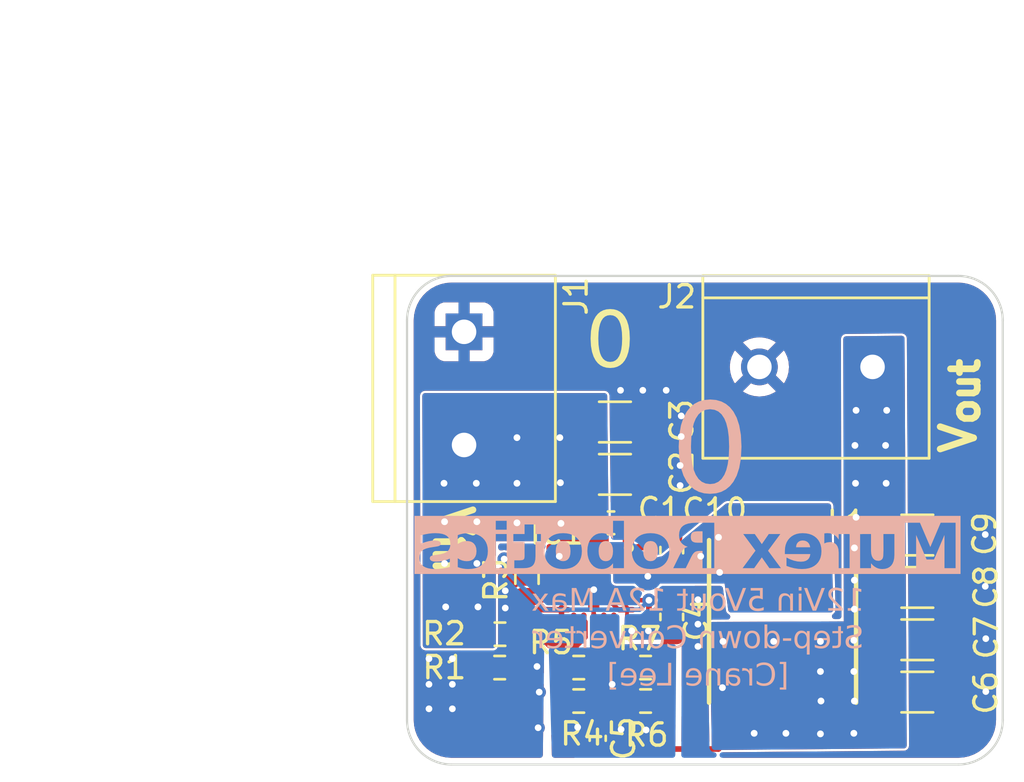
<source format=kicad_pcb>
(kicad_pcb (version 20241229) (generator "pcbnew") (generator_version "9.0")
  (title_block (title "5V Power Board") (date "2024-08-30") (rev "V1") (company "Murex Robotics [Crane Lee]") (comment 3 "Converter") (comment 4 "A compact 21.6mm x 26.7 mm 12-17V input 5V output 12A Max DC-DC Step-down "))
  (layers (0 "F.Cu" signal) (4 "In1.Cu" signal) (6 "In2.Cu" signal) (2 "B.Cu" signal) (13 "F.Paste" user) (15 "B.Paste" user) (5 "F.SilkS" user "F.Silkscreen") (7 "B.SilkS" user "B.Silkscreen") (1 "F.Mask" user) (3 "B.Mask" user) (25 "Edge.Cuts" user))
  (net 0 "")
  (net 1 "/V_{OUT}")
  (net 2 "/MODE")
  (net 3 "/V_{IN}")
  (net 4 "GND")
  (net 5 "Net-(IC1-VCC)")
  (net 6 "Net-(IC1-PGOOD)")
  (net 7 "Net-(IC1-SW_1)")
  (net 8 "/EN")
  (net 9 "Net-(IC1-BST)")
  (net 10 "Net-(IC1-FB)")
  (footprint "Capacitor_SMD:C_1206_3216Metric" (layer "F.Cu") (at 173.525 108.1)
    (property "Reference" "C6" (at 3.075 0.025 90) (layer "F.SilkS"))
    (property "Value" "47uF")
    (fp_line (start -0.711252 -0.91) (end 0.711252 -0.91) (stroke (width 0.12)) (layer "F.SilkS"))
    (fp_line (start -0.711252 0.91) (end 0.711252 0.91) (stroke (width 0.12)) (layer "F.SilkS"))
    (pad "1" smd roundrect (at -1.475 0) (size 1.15 1.8) (layers "F.Cu" "F.Mask" "F.Paste") (roundrect_rratio 0.217391) (net 1 "/V_{OUT}"))
    (pad "2" smd roundrect (at 1.475 0) (size 1.15 1.8) (layers "F.Cu" "F.Mask" "F.Paste") (roundrect_rratio 0.217391) (net 4 "GND"))
  )
  (footprint "TPS56C230RJER KiCad:QFN45P300X300X100-21N-D" (layer "F.Cu") (at 159 103.5 -90)
    (property "Reference" "IC1" (at -2.55 1.65 180) (layer "F.SilkS"))
    (property "Value" "TPS56C230RJER" (hide yes))
    (fp_circle (center -1.8745 -1.575) (end -1.8745 -1.4625) (stroke (width 0.225)) (fill no) (layer "F.SilkS"))
    (pad "1" smd oval (at -1.45 -0.9) (size 0.25 0.85) (layers "F.Cu" "F.Mask" "F.Paste") (net 9 "Net-(IC1-BST)"))
    (pad "2" smd oval (at -1.45 -0.45) (size 0.25 0.85) (layers "F.Cu" "F.Mask" "F.Paste") (net 3 "/V_{IN}"))
    (pad "3" smd oval (at -1.45 0) (size 0.25 0.85) (layers "F.Cu" "F.Mask" "F.Paste") (net 3 "/V_{IN}"))
    (pad "4" smd oval (at -1.45 0.45) (size 0.25 0.85) (layers "F.Cu" "F.Mask" "F.Paste") (net 3 "/V_{IN}"))
    (pad "5" smd oval (at -1.45 0.9) (size 0.25 0.85) (layers "F.Cu" "F.Mask" "F.Paste") (net 3 "/V_{IN}"))
    (pad "6" smd oval (at -0.9 1.45 270) (size 0.25 0.85) (layers "F.Cu" "F.Mask" "F.Paste") (net 7 "Net-(IC1-SW_1)"))
    (pad "7" smd oval (at -0.45 1.45 270) (size 0.25 0.85) (layers "F.Cu" "F.Mask" "F.Paste") (net 4 "GND"))
    (pad "8" smd oval (at 0 1.45 270) (size 0.25 0.85) (layers "F.Cu" "F.Mask" "F.Paste") (net 4 "GND"))
    (pad "9" smd oval (at 0.45 1.45 270) (size 0.25 0.85) (layers "F.Cu" "F.Mask" "F.Paste") (net 6 "Net-(IC1-PGOOD)"))
    (pad "10" smd oval (at 0.9 1.45 270) (size 0.25 0.85) (layers "F.Cu" "F.Mask" "F.Paste") (net 4 "GND"))
    (pad "11" smd oval (at 1.45 0.9) (size 0.25 0.85) (layers "F.Cu" "F.Mask" "F.Paste"))
    (pad "12" smd oval (at 1.45 0.45) (size 0.25 0.85) (layers "F.Cu" "F.Mask" "F.Paste") (net 8 "/EN"))
    (pad "13" smd oval (at 1.45 0) (size 0.25 0.85) (layers "F.Cu" "F.Mask" "F.Paste") (net 4 "GND"))
    (pad "14" smd oval (at 1.45 -0.45) (size 0.25 0.85) (layers "F.Cu" "F.Mask" "F.Paste") (net 10 "Net-(IC1-FB)"))
    (pad "15" smd oval (at 1.45 -0.9) (size 0.25 0.85) (layers "F.Cu" "F.Mask" "F.Paste") (net 2 "/MODE"))
    (pad "16" smd oval (at 0.9 -1.45 270) (size 0.25 0.85) (layers "F.Cu" "F.Mask" "F.Paste") (net 4 "GND"))
    (pad "17" smd oval (at 0.45 -1.45 270) (size 0.25 0.85) (layers "F.Cu" "F.Mask" "F.Paste") (net 5 "Net-(IC1-VCC)"))
    (pad "18" smd oval (at 0 -1.45 270) (size 0.25 0.85) (layers "F.Cu" "F.Mask" "F.Paste") (net 4 "GND"))
    (pad "19" smd oval (at -0.45 -1.45 270) (size 0.25 0.85) (layers "F.Cu" "F.Mask" "F.Paste") (net 7 "Net-(IC1-SW_1)"))
    (pad "20" smd oval (at -0.9 -1.45 270) (size 0.25 0.85) (layers "F.Cu" "F.Mask" "F.Paste") (net 7 "Net-(IC1-SW_1)"))
    (pad "21" smd rect (at 0 0 270) (size 1.026 1.075) (layers "F.Cu" "F.Mask" "F.Paste") (net 4 "GND"))
  )
  (footprint "Resistor_SMD:R_0603_1608Metric" (layer "F.Cu") (at 158.325 107 180)
    (property "Reference" "R5" (at 1.25 1.125 0) (layer "F.SilkS"))
    (property "Value" "15k")
    (fp_line (start -0.237258 0.5225) (end 0.237258 0.5225) (stroke (width 0.12)) (layer "F.SilkS"))
    (fp_line (start -0.237258 -0.5225) (end 0.237258 -0.5225) (stroke (width 0.12)) (layer "F.SilkS"))
    (pad "1" smd roundrect (at -0.825 0 180) (size 0.8 0.95) (layers "F.Cu" "F.Mask" "F.Paste") (net 10 "Net-(IC1-FB)"))
    (pad "2" smd roundrect (at 0.825 0 180) (size 0.8 0.95) (layers "F.Cu" "F.Mask" "F.Paste") (net 4 "GND"))
  )
  (footprint "Resistor_SMD:R_0603_1608Metric" (layer "F.Cu") (at 154.7875 105.5)
    (property "Reference" "R2" (at -2.5125 -0.025 0) (layer "F.SilkS"))
    (property "Value" "102k")
    (fp_line (start -0.237258 -0.5225) (end 0.237258 -0.5225) (stroke (width 0.12)) (layer "F.SilkS"))
    (fp_line (start -0.237258 0.5225) (end 0.237258 0.5225) (stroke (width 0.12)) (layer "F.SilkS"))
    (pad "1" smd roundrect (at -0.825 0) (size 0.8 0.95) (layers "F.Cu" "F.Mask" "F.Paste") (net 3 "/V_{IN}"))
    (pad "2" smd roundrect (at 0.825 0) (size 0.8 0.95) (layers "F.Cu" "F.Mask" "F.Paste") (net 8 "/EN"))
  )
  (footprint "Capacitor_SMD:C_0603_1608Metric" (layer "F.Cu") (at 162.5 104.725 90)
    (property "Reference" "C4" (at -0.125 1.1 90) (layer "F.SilkS"))
    (property "Value" "1uF")
    (fp_line (start -0.14058 -0.51) (end 0.14058 -0.51) (stroke (width 0.12)) (layer "F.SilkS"))
    (fp_line (start -0.14058 0.51) (end 0.14058 0.51) (stroke (width 0.12)) (layer "F.SilkS"))
    (pad "1" smd roundrect (at -0.775 0 90) (size 0.9 0.95) (layers "F.Cu" "F.Mask" "F.Paste") (net 5 "Net-(IC1-VCC)"))
    (pad "2" smd roundrect (at 0.775 0 90) (size 0.9 0.95) (layers "F.Cu" "F.Mask" "F.Paste") (net 4 "GND"))
  )
  (footprint "Resistor_SMD:R_0603_1608Metric" (layer "F.Cu") (at 158.325 108.5)
    (property "Reference" "R4" (at 0.15 1.475 0) (layer "F.SilkS"))
    (property "Value" "110k")
    (fp_line (start -0.237258 -0.5225) (end 0.237258 -0.5225) (stroke (width 0.12)) (layer "F.SilkS"))
    (fp_line (start -0.237258 0.5225) (end 0.237258 0.5225) (stroke (width 0.12)) (layer "F.SilkS"))
    (pad "1" smd roundrect (at -0.825 0) (size 0.8 0.95) (layers "F.Cu" "F.Mask" "F.Paste") (net 1 "/V_{OUT}"))
    (pad "2" smd roundrect (at 0.825 0) (size 0.8 0.95) (layers "F.Cu" "F.Mask" "F.Paste") (net 10 "Net-(IC1-FB)"))
  )
  (footprint "Capacitor_SMD:C_1206_3216Metric" (layer "F.Cu") (at 173.525 101.05)
    (property "Reference" "C9" (at 3.025 -0.05 90) (layer "F.SilkS"))
    (property "Value" "47uF")
    (fp_line (start -0.711252 -0.91) (end 0.711252 -0.91) (stroke (width 0.12)) (layer "F.SilkS"))
    (fp_line (start -0.711252 0.91) (end 0.711252 0.91) (stroke (width 0.12)) (layer "F.SilkS"))
    (pad "1" smd roundrect (at -1.475 0) (size 1.15 1.8) (layers "F.Cu" "F.Mask" "F.Paste") (roundrect_rratio 0.217391) (net 1 "/V_{OUT}"))
    (pad "2" smd roundrect (at 1.475 0) (size 1.15 1.8) (layers "F.Cu" "F.Mask" "F.Paste") (roundrect_rratio 0.217391) (net 4 "GND"))
  )
  (footprint "Resistor_SMD:R_0603_1608Metric" (layer "F.Cu") (at 161.325 108.5)
    (property "Reference" "R6" (at 0.05 1.525 0) (layer "F.SilkS"))
    (property "Value" "15k")
    (fp_line (start -0.237258 -0.5225) (end 0.237258 -0.5225) (stroke (width 0.12)) (layer "F.SilkS"))
    (fp_line (start -0.237258 0.5225) (end 0.237258 0.5225) (stroke (width 0.12)) (layer "F.SilkS"))
    (pad "1" smd roundrect (at -0.825 0) (size 0.8 0.95) (layers "F.Cu" "F.Mask" "F.Paste") (net 2 "/MODE"))
    (pad "2" smd roundrect (at 0.825 0) (size 0.8 0.95) (layers "F.Cu" "F.Mask" "F.Paste") (net 4 "GND"))
  )
  (footprint "KiCad:INDPM7366X300N" (layer "F.Cu") (at 167.475 104.925 -90)
    (property "Reference" "L1" (at -4.45 -2.875 180) (layer "F.SilkS"))
    (property "Value" "SRP7028A-1R8M" (hide yes))
    (fp_line (start -3.65 3.3) (end 3.65 3.3) (stroke (width 0.2)) (layer "F.SilkS"))
    (fp_line (start 3.65 -3.3) (end -3.65 -3.3) (stroke (width 0.2)) (layer "F.SilkS"))
    (pad "1" smd rect (at -2.85 0 270) (size 4 3.8) (layers "F.Cu" "F.Mask" "F.Paste") (net 7 "Net-(IC1-SW_1)"))
    (pad "2" smd rect (at 2.85 0 270) (size 4 3.8) (layers "F.Cu" "F.Mask" "F.Paste") (net 1 "/V_{OUT}"))
  )
  (footprint "282837_2:TE_282837-2" (layer "F.Cu") (at 153.175 94.465 -90)
    (property "Reference" "J1" (at -4.14 -5.025 90) (layer "F.SilkS") (effects (font (size 1.002039 1.002039))))
    (property "Value" "TE_282837-2")
    (fp_line (start -5.08 4.1) (end -5.08 3.1) (stroke (width 0.127)) (layer "F.SilkS"))
    (fp_line (start 5.08 4.1) (end -5.08 4.1) (stroke (width 0.127)) (layer "F.SilkS"))
    (fp_line (start -5.08 3.1) (end 5.08 3.1) (stroke (width 0.127)) (layer "F.SilkS"))
    (fp_line (start -5.08 3.1) (end -5.08 -4.1) (stroke (width 0.127)) (layer "F.SilkS"))
    (fp_line (start 5.08 3.1) (end 5.08 4.1) (stroke (width 0.127)) (layer "F.SilkS"))
    (fp_line (start -5.08 -4.1) (end 5.08 -4.1) (stroke (width 0.127)) (layer "F.SilkS"))
    (fp_line (start 5.08 -4.1) (end 5.08 3.1) (stroke (width 0.127)) (layer "F.SilkS"))
    (pad "1" thru_hole rect (at -2.54 0 270) (size 1.65 1.65) (drill 1.1) (layers "*.Cu" "*.Mask") (net 4 "GND"))
    (pad "2" thru_hole circle (at 2.54 0 270) (size 1.65 1.65) (drill 1.1) (layers "*.Cu" "*.Mask") (net 3 "/V_{IN}"))
  )
  (footprint "Capacitor_SMD:C_1206_3216Metric" (layer "F.Cu") (at 173.525 103.4)
    (property "Reference" "C8" (at 3.075 -0.025 90) (layer "F.SilkS"))
    (property "Value" "47uF")
    (fp_line (start -0.711252 -0.91) (end 0.711252 -0.91) (stroke (width 0.12)) (layer "F.SilkS"))
    (fp_line (start -0.711252 0.91) (end 0.711252 0.91) (stroke (width 0.12)) (layer "F.SilkS"))
    (pad "1" smd roundrect (at -1.475 0) (size 1.15 1.8) (layers "F.Cu" "F.Mask" "F.Paste") (roundrect_rratio 0.217391) (net 1 "/V_{OUT}"))
    (pad "2" smd roundrect (at 1.475 0) (size 1.15 1.8) (layers "F.Cu" "F.Mask" "F.Paste") (roundrect_rratio 0.217391) (net 4 "GND"))
  )
  (footprint "282837_2:TE_282837-2" (layer "F.Cu") (at 168.975 93.5 180)
    (property "Reference" "J2" (at 6.25 3.15 180) (layer "F.SilkS") (effects (font (size 1.002039 1.002039))))
    (property "Value" "TE_282837-2")
    (fp_line (start 5.08 4.1) (end -5.08 4.1) (stroke (width 0.127)) (layer "F.SilkS"))
    (fp_line (start 5.08 3.1) (end 5.08 4.1) (stroke (width 0.127)) (layer "F.SilkS"))
    (fp_line (start 5.08 -4.1) (end 5.08 3.1) (stroke (width 0.127)) (layer "F.SilkS"))
    (fp_line (start -5.08 4.1) (end -5.08 3.1) (stroke (width 0.127)) (layer "F.SilkS"))
    (fp_line (start -5.08 3.1) (end 5.08 3.1) (stroke (width 0.127)) (layer "F.SilkS"))
    (fp_line (start -5.08 3.1) (end -5.08 -4.1) (stroke (width 0.127)) (layer "F.SilkS"))
    (fp_line (start -5.08 -4.1) (end 5.08 -4.1) (stroke (width 0.127)) (layer "F.SilkS"))
    (pad "1" thru_hole rect (at -2.54 0 180) (size 1.65 1.65) (drill 1.1) (layers "*.Cu" "*.Mask") (net 1 "/V_{OUT}"))
    (pad "2" thru_hole circle (at 2.54 0 180) (size 1.65 1.65) (drill 1.1) (layers "*.Cu" "*.Mask") (net 4 "GND"))
  )
  (footprint "Capacitor_SMD:C_0603_1608Metric" (layer "F.Cu") (at 159.775 100.5 180)
    (property "Reference" "C1" (at -2.175 0.6 180) (layer "F.SilkS"))
    (property "Value" "0.1uF")
    (fp_line (start -0.14058 0.51) (end 0.14058 0.51) (stroke (width 0.12)) (layer "F.SilkS"))
    (fp_line (start -0.14058 -0.51) (end 0.14058 -0.51) (stroke (width 0.12)) (layer "F.SilkS"))
    (pad "1" smd roundrect (at -0.775 0 180) (size 0.9 0.95) (layers "F.Cu" "F.Mask" "F.Paste") (net 4 "GND"))
    (pad "2" smd roundrect (at 0.775 0 180) (size 0.9 0.95) (layers "F.Cu" "F.Mask" "F.Paste") (net 3 "/V_{IN}"))
  )
  (footprint "Capacitor_SMD:C_1206_3216Metric" (layer "F.Cu") (at 173.525 105.75)
    (property "Reference" "C7" (at 3.1 -0.1 90) (layer "F.SilkS"))
    (property "Value" "47uF")
    (fp_line (start -0.711252 -0.91) (end 0.711252 -0.91) (stroke (width 0.12)) (layer "F.SilkS"))
    (fp_line (start -0.711252 0.91) (end 0.711252 0.91) (stroke (width 0.12)) (layer "F.SilkS"))
    (pad "1" smd roundrect (at -1.475 0) (size 1.15 1.8) (layers "F.Cu" "F.Mask" "F.Paste") (roundrect_rratio 0.217391) (net 1 "/V_{OUT}"))
    (pad "2" smd roundrect (at 1.475 0) (size 1.15 1.8) (layers "F.Cu" "F.Mask" "F.Paste") (roundrect_rratio 0.217391) (net 4 "GND"))
  )
  (footprint "Resistor_SMD:R_0603_1608Metric" (layer "F.Cu") (at 156 103 -90)
    (property "Reference" "R3" (at 0.075 1.4 90) (layer "F.SilkS"))
    (property "Value" "100k")
    (fp_line (start -0.237258 0.5225) (end 0.237258 0.5225) (stroke (width 0.12)) (layer "F.SilkS"))
    (fp_line (start -0.237258 -0.5225) (end 0.237258 -0.5225) (stroke (width 0.12)) (layer "F.SilkS"))
    (pad "1" smd roundrect (at -0.825 0 270) (size 0.8 0.95) (layers "F.Cu" "F.Mask" "F.Paste") (net 5 "Net-(IC1-VCC)"))
    (pad "2" smd roundrect (at 0.825 0 270) (size 0.8 0.95) (layers "F.Cu" "F.Mask" "F.Paste") (net 6 "Net-(IC1-PGOOD)"))
  )
  (footprint "Capacitor_SMD:C_0402_1005Metric" (layer "F.Cu") (at 159.175 110.175 -90)
    (property "Reference" "C5" (at 0 -1.16 90) (layer "F.SilkS"))
    (property "Value" "68pF")
    (fp_line (start -0.107836 0.36) (end 0.107836 0.36) (stroke (width 0.12)) (layer "F.SilkS"))
    (fp_line (start -0.107836 -0.36) (end 0.107836 -0.36) (stroke (width 0.12)) (layer "F.SilkS"))
    (pad "1" smd roundrect (at -0.48 0 270) (size 0.56 0.62) (layers "F.Cu" "F.Mask" "F.Paste") (net 10 "Net-(IC1-FB)"))
    (pad "2" smd roundrect (at 0.48 0 270) (size 0.56 0.62) (layers "F.Cu" "F.Mask" "F.Paste") (net 1 "/V_{OUT}"))
  )
  (footprint "Capacitor_SMD:C_0603_1608Metric" (layer "F.Cu") (at 162.5 101.725 -90)
    (property "Reference" "C10" (at -1.8 -1.925 180) (layer "F.SilkS"))
    (property "Value" "0.1uF")
    (fp_line (start -0.14058 0.51) (end 0.14058 0.51) (stroke (width 0.12)) (layer "F.SilkS"))
    (fp_line (start -0.14058 -0.51) (end 0.14058 -0.51) (stroke (width 0.12)) (layer "F.SilkS"))
    (pad "1" smd roundrect (at -0.775 0 270) (size 0.9 0.95) (layers "F.Cu" "F.Mask" "F.Paste") (net 9 "Net-(IC1-BST)"))
    (pad "2" smd roundrect (at 0.775 0 270) (size 0.9 0.95) (layers "F.Cu" "F.Mask" "F.Paste") (net 7 "Net-(IC1-SW_1)"))
  )
  (footprint "Resistor_SMD:R_0603_1608Metric" (layer "F.Cu") (at 161.325 107)
    (property "Reference" "R7" (at -0.275 -1.3 180) (layer "F.SilkS"))
    (property "Value" "330k")
    (fp_line (start -0.237258 -0.5225) (end 0.237258 -0.5225) (stroke (width 0.12)) (layer "F.SilkS"))
    (fp_line (start -0.237258 0.5225) (end 0.237258 0.5225) (stroke (width 0.12)) (layer "F.SilkS"))
    (pad "1" smd roundrect (at -0.825 0) (size 0.8 0.95) (layers "F.Cu" "F.Mask" "F.Paste") (net 2 "/MODE"))
    (pad "2" smd roundrect (at 0.825 0) (size 0.8 0.95) (layers "F.Cu" "F.Mask" "F.Paste") (net 5 "Net-(IC1-VCC)"))
  )
  (footprint "Resistor_SMD:R_0603_1608Metric" (layer "F.Cu") (at 154.775 107 180)
    (property "Reference" "R1" (at 2.4875 0 180) (layer "F.SilkS"))
    (property "Value" "51k")
    (fp_line (start -0.237258 0.5225) (end 0.237258 0.5225) (stroke (width 0.12)) (layer "F.SilkS"))
    (fp_line (start -0.237258 -0.5225) (end 0.237258 -0.5225) (stroke (width 0.12)) (layer "F.SilkS"))
    (pad "1" smd roundrect (at -0.825 0 180) (size 0.8 0.95) (layers "F.Cu" "F.Mask" "F.Paste") (net 8 "/EN"))
    (pad "2" smd roundrect (at 0.825 0 180) (size 0.8 0.95) (layers "F.Cu" "F.Mask" "F.Paste") (net 4 "GND"))
  )
  (footprint "Capacitor_SMD:C_1206_3216Metric" (layer "F.Cu") (at 159.95 98.325 180)
    (property "Reference" "C2" (at -3 0.075 270) (layer "F.SilkS"))
    (property "Value" "22uF")
    (fp_line (start -0.711252 0.91) (end 0.711252 0.91) (stroke (width 0.12)) (layer "F.SilkS"))
    (fp_line (start -0.711252 -0.91) (end 0.711252 -0.91) (stroke (width 0.12)) (layer "F.SilkS"))
    (pad "1" smd roundrect (at -1.475 0 180) (size 1.15 1.8) (layers "F.Cu" "F.Mask" "F.Paste") (roundrect_rratio 0.217391) (net 4 "GND"))
    (pad "2" smd roundrect (at 1.475 0 180) (size 1.15 1.8) (layers "F.Cu" "F.Mask" "F.Paste") (roundrect_rratio 0.217391) (net 3 "/V_{IN}"))
  )
  (footprint "Capacitor_SMD:C_1206_3216Metric" (layer "F.Cu") (at 159.95 95.975 180)
    (property "Reference" "C3" (at -3 0.05 270) (layer "F.SilkS"))
    (property "Value" "22uF")
    (fp_line (start -0.711252 0.91) (end 0.711252 0.91) (stroke (width 0.12)) (layer "F.SilkS"))
    (fp_line (start -0.711252 -0.91) (end 0.711252 -0.91) (stroke (width 0.12)) (layer "F.SilkS"))
    (pad "1" smd roundrect (at -1.475 0 180) (size 1.15 1.8) (layers "F.Cu" "F.Mask" "F.Paste") (roundrect_rratio 0.217391) (net 4 "GND"))
    (pad "2" smd roundrect (at 1.475 0 180) (size 1.15 1.8) (layers "F.Cu" "F.Mask" "F.Paste") (roundrect_rratio 0.217391) (net 3 "/V_{IN}"))
  )
  (gr_line (start 150.614214 109.35) (end 150.614214 91.414214) (stroke (width 0.1)) (layer "Edge.Cuts"))
  (gr_arc (start 177.360786 109.35) (mid 176.774999 110.764209) (end 175.360786 111.35) (stroke (width 0.1)) (layer "Edge.Cuts"))
  (gr_line (start 152.614214 89.414214) (end 175.360786 89.414214) (stroke (width 0.1)) (layer "Edge.Cuts"))
  (gr_line (start 177.360786 91.414214) (end 177.360786 109.35) (stroke (width 0.1)) (layer "Edge.Cuts"))
  (gr_line (start 175.360786 111.35) (end 152.614214 111.35) (stroke (width 0.1)) (layer "Edge.Cuts"))
  (gr_arc (start 175.360786 89.414214) (mid 176.774995 90.000001) (end 177.360786 91.414214) (stroke (width 0.1)) (layer "Edge.Cuts"))
  (gr_arc (start 150.614214 91.414214) (mid 151.2 90) (end 152.614214 89.414214) (stroke (width 0.1)) (layer "Edge.Cuts"))
  (gr_arc (start 152.614214 111.35) (mid 151.199991 110.764219) (end 150.614214 109.35) (stroke (width 0.1)) (layer "Edge.Cuts"))
  (gr_text "V_{out}" (at 176.25 97.525 90) (layer "F.SilkS") (effects (font (size 1.5 1.5) (thickness 0.3) (bold yes)) (justify left bottom)))
  (gr_text "0\n" (at 158.625 93.925 0) (layer "F.SilkS") (effects (font (size 2.5 2.5) (thickness 0.1)) (justify left bottom)))
  (gr_text "V_{in}" (at 151.875 99.575 270) (layer "F.SilkS") (effects (font (size 1.5 1.5) (thickness 0.3) (bold yes)) (justify left bottom)))
  (gr_text "12Vin 5Vout 12A Max\nStep-down Converter\n[Crane Lee]" (at 163.675 107.975 -0) (layer "B.SilkS") (effects (font (size 1 1) (thickness 0.1)) (justify bottom mirror)))
  (gr_text "Murex Robotics" (at 175.5 102.875 0) (layer "B.SilkS" knockout) (effects (font (size 2 2) (thickness 0.4) (bold yes)) (justify left bottom mirror)))
  (gr_text "0" (at 166 99.8 -0) (layer "B.SilkS") (effects (font (size 4 4) (thickness 0.1)) (justify left bottom mirror)))
  (segment (start 171.85 108.2) (end 172.05 108) (width 0.508) (layer "F.Cu") (net 1))
  (segment (start 157.5 108.5) (end 157.5 109.825) (width 0.254) (layer "F.Cu") (net 1))
  (segment (start 167.075 107.775) (end 167.475 107.775) (width 0.254) (layer "F.Cu") (net 1))
  (segment (start 158.33 110.655) (end 159.175 110.655) (width 0.254) (layer "F.Cu") (net 1))
  (segment (start 167.475 107.775) (end 164.595 110.655) (width 0.254) (layer "F.Cu") (net 1))
  (segment (start 157.5 109.825) (end 158.33 110.655) (width 0.254) (layer "F.Cu") (net 1))
  (segment (start 164.595 110.655) (end 159.175 110.655) (width 0.254) (layer "F.Cu") (net 1))
  (via (at 170.675 109.95) (size 0.635) (drill 0.3048) (layers "F.Cu" "B.Cu") (net 1))
  (via (at 170.725 97.025) (size 0.635) (drill 0.3048) (layers "F.Cu" "B.Cu") (net 1))
  (via (at 170.675 107.175) (size 0.635) (drill 0.3048) (layers "F.Cu" "B.Cu") (net 1))
  (via (at 170.775 100.25) (size 0.635) (drill 0.3048) (layers "F.Cu" "B.Cu") (net 1))
  (via (at 169.175 107.175) (size 0.635) (drill 0.3048) (layers "F.Cu" "B.Cu") (net 1))
  (via (at 172.125 98.725) (size 0.635) (drill 0.3048) (layers "F.Cu" "B.Cu") (net 1))
  (via (at 166.2 109.95) (size 0.635) (drill 0.3048) (layers "F.Cu" "B.Cu") (net 1))
  (via (at 167.625 109.95) (size 0.635) (drill 0.3048) (layers "F.Cu" "B.Cu") (net 1))
  (via (at 170.7 104.375) (size 0.635) (drill 0.3048) (layers "F.Cu" "B.Cu") (net 1))
  (via (at 164.8 105.825) (size 0.635) (drill 0.3048) (layers "F.Cu" "B.Cu") (net 1))
  (via (at 169.175 109.975) (size 0.635) (drill 0.3048) (layers "F.Cu" "B.Cu") (net 1))
  (via (at 170.7 103.075) (size 0.635) (drill 0.3048) (layers "F.Cu" "B.Cu") (net 1))
  (via (at 164.775 107.9) (size 0.635) (drill 0.3048) (layers "F.Cu" "B.Cu") (net 1))
  (via (at 170.7 108.5) (size 0.635) (drill 0.3048) (layers "F.Cu" "B.Cu") (net 1))
  (via (at 170.75 98.725) (size 0.635) (drill 0.3048) (layers "F.Cu" "B.Cu") (net 1))
  (via (at 172.15 95.45) (size 0.635) (drill 0.3048) (layers "F.Cu" "B.Cu") (net 1))
  (via (at 172.1 97.025) (size 0.635) (drill 0.3048) (layers "F.Cu" "B.Cu") (net 1))
  (via (at 170.7 101.625) (size 0.635) (drill 0.3048) (layers "F.Cu" "B.Cu") (net 1))
  (via (at 169.175 105.825) (size 0.635) (drill 0.3048) (layers "F.Cu" "B.Cu") (net 1))
  (via (at 170.675 105.775) (size 0.635) (drill 0.3048) (layers "F.Cu" "B.Cu") (net 1))
  (via (at 170.775 95.45) (size 0.635) (drill 0.3048) (layers "F.Cu" "B.Cu") (net 1))
  (via (at 169.2 108.5) (size 0.635) (drill 0.3048) (layers "F.Cu" "B.Cu") (net 1))
  (via (at 167.075 105.825) (size 0.635) (drill 0.3048) (layers "F.Cu" "B.Cu") (net 1))
  (segment (start 159.95 105.95) (end 159.95 104.95) (width 0.254) (layer "F.Cu") (net 2))
  (segment (start 160.5 106.5) (end 159.95 105.95) (width 0.254) (layer "F.Cu") (net 2))
  (segment (start 160.5 108.5) (end 160.5 106.5) (width 0.254) (layer "F.Cu") (net 2))
  (via (at 152.275 98.725) (size 0.635) (drill 0.3048) (layers "F.Cu" "B.Cu") (net 3))
  (via (at 152.3 100.45) (size 0.635) (drill 0.3048) (layers "F.Cu" "B.Cu") (net 3))
  (via (at 157.5 98.7) (size 0.635) (drill 0.3048) (layers "F.Cu" "B.Cu") (net 3))
  (via (at 155.55 100.5) (size 0.635) (drill 0.3048) (layers "F.Cu" "B.Cu") (net 3))
  (via (at 152.35 104.275) (size 0.635) (drill 0.3048) (layers "F.Cu" "B.Cu") (net 3))
  (via (at 157.525 100.525) (size 0.635) (drill 0.3048) (layers "F.Cu" "B.Cu") (net 3))
  (via (at 155.55 98.725) (size 0.635) (drill 0.3048) (layers "F.Cu" "B.Cu") (net 3))
  (via (at 152.3 102.325) (size 0.635) (drill 0.3048) (layers "F.Cu" "B.Cu") (net 3))
  (via (at 157.475 96.675) (size 0.635) (drill 0.3048) (layers "F.Cu" "B.Cu") (net 3))
  (via (at 153.75 100.45) (size 0.635) (drill 0.3048) (layers "F.Cu" "B.Cu") (net 3))
  (via (at 153.8 104.275) (size 0.635) (drill 0.3048) (layers "F.Cu" "B.Cu") (net 3))
  (via (at 153.725 98.725) (size 0.635) (drill 0.3048) (layers "F.Cu" "B.Cu") (net 3))
  (via (at 155.55 96.675) (size 0.635) (drill 0.3048) (layers "F.Cu" "B.Cu") (net 3))
  (via (at 153.75 102.325) (size 0.635) (drill 0.3048) (layers "F.Cu" "B.Cu") (net 3))
  (segment (start 158.975 103.45) (end 159 103.5) (width 0.2) (layer "F.Cu") (net 4))
  (segment (start 159 104.95) (end 158.975 103.45) (width 0.2) (layer "F.Cu") (net 4))
  (segment (start 159.109619 103.4) (end 159.45 103.4) (width 0.2) (layer "F.Cu") (net 4))
  (segment (start 159.45 103.740381) (end 160.109619 104.4) (width 0.2) (layer "F.Cu") (net 4))
  (segment (start 160.109619 104.4) (end 160.45 104.4) (width 0.2) (layer "F.Cu") (net 4))
  (segment (start 157.55 103.05) (end 157.55 103.5) (width 0.2) (layer "F.Cu") (net 4))
  (segment (start 159 103.5) (end 159.209619 103.5) (width 0.2) (layer "F.Cu") (net 4))
  (segment (start 159.209619 103.5) (end 159.109619 103.4) (width 0.2) (layer "F.Cu") (net 4))
  (segment (start 159.45 103.4) (end 159.45 103.740381) (width 0.2) (layer "F.Cu") (net 4))
  (via (at 176.6 105.7) (size 0.6) (drill 0.3) (layers "F.Cu" "B.Cu") (net 4))
  (via (at 159.825 107.75) (size 0.6) (drill 0.3) (layers "F.Cu" "B.Cu") (net 4))
  (via (at 163.675 103.95) (size 0.6) (drill 0.3) (layers "F.Cu" "B.Cu") (net 4))
  (via (at 160.7 105.35) (size 0.6) (drill 0.3) (layers "F.Cu" "B.Cu") (net 4))
  (via (at 160.2 94.55) (size 0.6) (drill 0.3) (layers "F.Cu" "B.Cu") (net 4))
  (via (at 163.675 105.05) (size 0.6) (drill 0.3) (layers "F.Cu" "B.Cu") (net 4))
  (via (at 163.675 106.05) (size 0.6) (drill 0.3) (layers "F.Cu" "B.Cu") (net 4))
  (via (at 176.575 101.025) (size 0.6) (drill 0.3) (layers "F.Cu" "B.Cu") (net 4))
  (via (at 161.35 109.8) (size 0.6) (drill 0.3) (layers "F.Cu" "B.Cu") (net 4))
  (via (at 161.2 94.55) (size 0.6) (drill 0.3) (layers "F.Cu" "B.Cu") (net 4))
  (via (at 161.45 105.35) (size 0.6) (drill 0.3) (layers "F.Cu" "B.Cu") (net 4))
  (via (at 160.225 109.775) (size 0.6) (drill 0.3) (layers "F.Cu" "B.Cu") (net 4))
  (via (at 158.275 109.675) (size 0.6) (drill 0.3) (layers "F.Cu" "B.Cu") (net 4))
  (via (at 162.925 96.625) (size 0.6) (drill 0.3) (layers "F.Cu" "B.Cu") (net 4))
  (via (at 156.5 109.7) (size 0.6) (drill 0.3) (layers "F.Cu" "B.Cu") (net 4))
  (via (at 176.575 103.35) (size 0.6) (drill 0.3) (layers "F.Cu" "B.Cu") (net 4))
  (via (at 152.65 106.6) (size 0.6) (drill 0.3) (layers "F.Cu" "B.Cu") (net 4))
  (via (at 155.025 104.325) (size 0.6) (drill 0.3) (layers "F.Cu" "B.Cu") (net 4))
  (via (at 151.6 107.75) (size 0.6) (drill 0.3) (layers "F.Cu" "B.Cu") (net 4))
  (via (at 156.55 108.1) (size 0.6) (drill 0.3) (layers "F.Cu" "B.Cu") (net 4))
  (via (at 152.65 107.75) (size 0.6) (drill 0.3) (layers "F.Cu" "B.Cu") (net 4))
  (via (at 162.925 95.7) (size 0.6) (drill 0.3) (layers "F.Cu" "B.Cu") (net 4))
  (via (at 151.6 108.85) (size 0.6) (drill 0.3) (layers "F.Cu" "B.Cu") (net 4))
  (via (at 156.45 106.95) (size 0.6) (drill 0.3) (layers "F.Cu" "B.Cu") (net 4))
  (via (at 151.6 106.6) (size 0.6) (drill 0.3) (layers "F.Cu" "B.Cu") (net 4))
  (via (at 155.025 103.55) (size 0.6) (drill 0.3) (layers "F.Cu" "B.Cu") (net 4))
  (via (at 162.875 97.925) (size 0.6) (drill 0.3) (layers "F.Cu" "B.Cu") (net 4))
  (via (at 176.6 108.075) (size 0.6) (drill 0.3) (layers "F.Cu" "B.Cu") (net 4))
  (via (at 159 103.5) (size 0.6) (drill 0.3) (layers "F.Cu" "B.Cu") (net 4))
  (via (at 162.25 94.55) (size 0.6) (drill 0.3) (layers "F.Cu" "B.Cu") (net 4))
  (via (at 162.875 98.825) (size 0.6) (drill 0.3) (layers "F.Cu" "B.Cu") (net 4))
  (via (at 152.65 108.85) (size 0.6) (drill 0.3) (layers "F.Cu" "B.Cu") (net 4))
  (segment (start 162.5 105.5) (end 161.475 104.475) (width 0.254) (layer "F.Cu") (net 5))
  (segment (start 162.15 107) (end 162.15 105.85) (width 0.254) (layer "F.Cu") (net 5))
  (segment (start 161.475 104.475) (end 161.475 103.975) (width 0.254) (layer "F.Cu") (net 5))
  (segment (start 162.15 105.85) (end 162.5 105.5) (width 0.254) (layer "F.Cu") (net 5))
  (segment (start 155.025 102.175) (end 154.975 102.125) (width 0.2) (layer "F.Cu") (net 5))
  (segment (start 156 102.175) (end 155.025 102.175) (width 0.2) (layer "F.Cu") (net 5))
  (segment (start 160.475 103.975) (end 160.45 103.95) (width 0.2) (layer "F.Cu") (net 5))
  (segment (start 161.475 103.975) (end 160.475 103.975) (width 0.2) (layer "F.Cu") (net 5))
  (via (at 161.475 103.975) (size 0.6) (drill 0.3) (layers "F.Cu" "B.Cu") (net 5))
  (via (at 154.975 102.125) (size 0.6) (drill 0.3) (layers "F.Cu" "B.Cu") (net 5))
  (segment (start 156.8 104.4) (end 161.05 104.4) (width 0.2) (layer "B.Cu") (net 5))
  (segment (start 154.975 102.575) (end 156.8 104.4) (width 0.2) (layer "B.Cu") (net 5))
  (segment (start 161.05 104.4) (end 161.475 103.975) (width 0.2) (layer "B.Cu") (net 5))
  (segment (start 154.975 102.125) (end 154.975 102.575) (width 0.2) (layer "B.Cu") (net 5))
  (segment (start 156.125 103.95) (end 157.6 103.95) (width 0.254) (layer "F.Cu") (net 6))
  (segment (start 156 103.825) (end 156.125 103.95) (width 0.254) (layer "F.Cu") (net 6))
  (via (at 164.65 102.725) (size 0.6) (drill 0.3) (layers "F.Cu" "B.Cu") (net 7))
  (via (at 161.425 102.9) (size 0.6) (drill 0.3) (layers "F.Cu" "B.Cu") (net 7))
  (via (at 163.8 102) (size 0.6) (drill 0.3) (layers "F.Cu" "B.Cu") (net 7))
  (via (at 157.45 102) (size 0.6) (drill 0.3) (layers "F.Cu" "B.Cu") (net 7))
  (via (at 164.6 101.15) (size 0.6) (drill 0.3) (layers "F.Cu" "B.Cu") (net 7))
  (segment (start 160.525 102) (end 161.425 102.9) (width 1.27) (layer "B.Cu") (net 7))
  (segment (start 157.45 102) (end 160.525 102) (width 1.27) (layer "B.Cu") (net 7))
  (segment (start 157 106) (end 158.229 106) (width 0.254) (layer "F.Cu") (net 8))
  (segment (start 156.5 105.5) (end 157 106) (width 0.254) (layer "F.Cu") (net 8))
  (segment (start 155.6125 105.5) (end 155.6125 106.9875) (width 0.254) (layer "F.Cu") (net 8))
  (segment (start 155.6125 106.9875) (end 155.6 107) (width 0.254) (layer "F.Cu") (net 8))
  (segment (start 158.229 106) (end 158.6 105.629) (width 0.254) (layer "F.Cu") (net 8))
  (segment (start 158.6 105.629) (end 158.6 104.95) (width 0.254) (layer "F.Cu") (net 8))
  (segment (start 155.6125 105.5) (end 156.5 105.5) (width 0.254) (layer "F.Cu") (net 8))
  (segment (start 162.5 100.95) (end 162.275 101.175) (width 0.2) (layer "F.Cu") (net 9))
  (segment (start 159.9 102.05) (end 161.4 102.05) (width 0.4318) (layer "F.Cu") (net 9))
  (segment (start 161.4 102.05) (end 162.5 100.95) (width 0.4318) (layer "F.Cu") (net 9))
  (segment (start 159.45 105.625) (end 159.175 105.9) (width 0.254) (layer "F.Cu") (net 10))
  (segment (start 159.175 108.525) (end 159.15 108.5) (width 0.2) (layer "F.Cu") (net 10))
  (segment (start 159.45 104.95) (end 159.45 105.625) (width 0.254) (layer "F.Cu") (net 10))
  (segment (start 159.175 105.9) (end 159.175 109.695) (width 0.254) (layer "F.Cu") (net 10))
  (zone (net 7) (net_name "Net-(IC1-SW_1)") (layer "F.Cu") (priority 2) (connect_pads yes (clearance 0)) (min_thickness 0.25) (fill yes (thermal_gap 0.5) (thermal_bridge_width 0.5) (island_removal_mode 1) (island_area_min 9.999999))
    (polygon (pts (xy 156.875 101.45) (xy 157.875 101.45) (xy 157.875 102.825) (xy 156.875 102.825)))
  )
  (zone (net 4) (net_name "GND") (layers "F.Cu" "B.Cu" "In1.Cu" "In2.Cu") (priority 2) (connect_pads (clearance 0)) (min_thickness 0.25) (fill yes (thermal_gap 0.5) (thermal_bridge_width 0.5) (island_removal_mode 1) (island_area_min 9.999999))
    (polygon (pts (xy 158.825 104.5) (xy 158.825 106.1) (xy 156.975 106.1) (xy 157.15 112.025) (xy 162.65 112.075) (xy 162.7 105.95) (xy 160.15 105.95) (xy 160.15 104.5)))
  )
  (zone (net 4) (net_name "GND") (layers "F.Cu" "B.Cu" "In1.Cu" "In2.Cu") (connect_pads (clearance 0)) (min_thickness 0.25) (fill yes (thermal_gap 0.5) (thermal_bridge_width 0.5) (island_removal_mode 1) (island_area_min 9.999998))
    (polygon (pts (xy 162.92398 112.010741) (xy 178.275 112.125) (xy 178.32398 88.485741) (xy 147.89898 88.435741) (xy 148.12398 111.985741) (xy 156.7 111.975) (xy 156.775 105.885741) (xy 158.65 105.925) (xy 158.67398 104.310741) (xy 160.425 104.325) (xy 160.325 105.75) (xy 162.94898 105.735741)))
  )
  (zone (net 7) (net_name "Net-(IC1-SW_1)") (layers "F.Cu" "B.Cu" "In2.Cu") (priority 1) (connect_pads yes (clearance 0)) (min_thickness 0.25) (fill yes (thermal_gap 0.5) (thermal_bridge_width 0.5))
    (polygon (pts (xy 169.65 99.625) (xy 169.75 104.525) (xy 165.05 104.525) (xy 164.875 103.225) (xy 159.875 103.225) (xy 159.875 102.45) (xy 162.075 102) (xy 164.95 99.625)))
  )
  (zone (net 1) (net_name "/V_{OUT}") (layers "F.Cu" "B.Cu" "In2.Cu") (priority 3) (connect_pads yes (clearance 0)) (min_thickness 0.25) (fill yes (thermal_gap 0.5) (thermal_bridge_width 0.5))
    (polygon (pts (xy 170.2 92.125) (xy 172.95 92.1) (xy 173.05 110.625) (xy 164.3 110.7) (xy 164.2 104.95) (xy 170.225 104.925)))
  )
  (zone (net 3) (net_name "/V_{IN}") (layers "F.Cu" "B.Cu" "In2.Cu") (priority 1) (connect_pads yes (clearance 0)) (min_thickness 0.25) (fill yes (thermal_gap 0.5) (thermal_bridge_width 0.5))
    (polygon (pts (xy 159.675 102.425) (xy 157.9 102.425) (xy 157.9 101.325) (xy 154.6 101.325) (xy 154.6 106.125) (xy 151.325 106.125) (xy 151.3 94.675) (xy 159.6 94.675) (xy 159.675 101.9)))
  )
)
</source>
